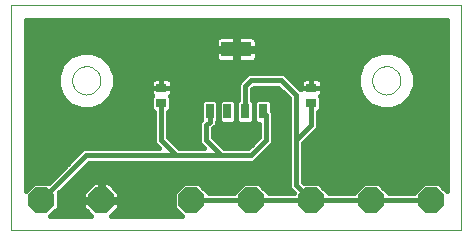
<source format=gtl>
G75*
G70*
%OFA0B0*%
%FSLAX24Y24*%
%IPPOS*%
%LPD*%
%AMOC8*
5,1,8,0,0,1.08239X$1,22.5*
%
%ADD10C,0.0000*%
%ADD11R,0.0260X0.0500*%
%ADD12R,0.1000X0.0500*%
%ADD13R,0.0354X0.0276*%
%ADD14OC8,0.0850*%
%ADD15C,0.0160*%
D10*
X000181Y000181D02*
X000181Y007681D01*
X015181Y007681D01*
X015181Y000181D01*
X000181Y000181D01*
X002209Y005181D02*
X002211Y005224D01*
X002217Y005266D01*
X002227Y005308D01*
X002240Y005349D01*
X002257Y005389D01*
X002278Y005426D01*
X002302Y005462D01*
X002329Y005495D01*
X002359Y005526D01*
X002392Y005554D01*
X002427Y005579D01*
X002464Y005600D01*
X002503Y005618D01*
X002543Y005632D01*
X002585Y005643D01*
X002627Y005650D01*
X002670Y005653D01*
X002713Y005652D01*
X002756Y005647D01*
X002798Y005638D01*
X002839Y005626D01*
X002879Y005610D01*
X002917Y005590D01*
X002953Y005567D01*
X002987Y005540D01*
X003019Y005511D01*
X003047Y005479D01*
X003073Y005444D01*
X003095Y005408D01*
X003114Y005369D01*
X003129Y005329D01*
X003141Y005288D01*
X003149Y005245D01*
X003153Y005202D01*
X003153Y005160D01*
X003149Y005117D01*
X003141Y005074D01*
X003129Y005033D01*
X003114Y004993D01*
X003095Y004954D01*
X003073Y004918D01*
X003047Y004883D01*
X003019Y004851D01*
X002987Y004822D01*
X002953Y004795D01*
X002917Y004772D01*
X002879Y004752D01*
X002839Y004736D01*
X002798Y004724D01*
X002756Y004715D01*
X002713Y004710D01*
X002670Y004709D01*
X002627Y004712D01*
X002585Y004719D01*
X002543Y004730D01*
X002503Y004744D01*
X002464Y004762D01*
X002427Y004783D01*
X002392Y004808D01*
X002359Y004836D01*
X002329Y004867D01*
X002302Y004900D01*
X002278Y004936D01*
X002257Y004973D01*
X002240Y005013D01*
X002227Y005054D01*
X002217Y005096D01*
X002211Y005138D01*
X002209Y005181D01*
X012209Y005181D02*
X012211Y005224D01*
X012217Y005266D01*
X012227Y005308D01*
X012240Y005349D01*
X012257Y005389D01*
X012278Y005426D01*
X012302Y005462D01*
X012329Y005495D01*
X012359Y005526D01*
X012392Y005554D01*
X012427Y005579D01*
X012464Y005600D01*
X012503Y005618D01*
X012543Y005632D01*
X012585Y005643D01*
X012627Y005650D01*
X012670Y005653D01*
X012713Y005652D01*
X012756Y005647D01*
X012798Y005638D01*
X012839Y005626D01*
X012879Y005610D01*
X012917Y005590D01*
X012953Y005567D01*
X012987Y005540D01*
X013019Y005511D01*
X013047Y005479D01*
X013073Y005444D01*
X013095Y005408D01*
X013114Y005369D01*
X013129Y005329D01*
X013141Y005288D01*
X013149Y005245D01*
X013153Y005202D01*
X013153Y005160D01*
X013149Y005117D01*
X013141Y005074D01*
X013129Y005033D01*
X013114Y004993D01*
X013095Y004954D01*
X013073Y004918D01*
X013047Y004883D01*
X013019Y004851D01*
X012987Y004822D01*
X012953Y004795D01*
X012917Y004772D01*
X012879Y004752D01*
X012839Y004736D01*
X012798Y004724D01*
X012756Y004715D01*
X012713Y004710D01*
X012670Y004709D01*
X012627Y004712D01*
X012585Y004719D01*
X012543Y004730D01*
X012503Y004744D01*
X012464Y004762D01*
X012427Y004783D01*
X012392Y004808D01*
X012359Y004836D01*
X012329Y004867D01*
X012302Y004900D01*
X012278Y004936D01*
X012257Y004973D01*
X012240Y005013D01*
X012227Y005054D01*
X012217Y005096D01*
X012211Y005138D01*
X012209Y005181D01*
D11*
X008567Y004146D03*
X007977Y004146D03*
X007386Y004146D03*
X006796Y004146D03*
D12*
X007681Y006217D03*
D13*
X005181Y004937D03*
X005181Y004426D03*
X010181Y004426D03*
X010181Y004937D03*
D14*
X010181Y001181D03*
X008181Y001181D03*
X006181Y001181D03*
X003181Y001181D03*
X001181Y001181D03*
X012181Y001181D03*
X014181Y001181D03*
D15*
X012181Y001181D01*
X010181Y001181D01*
X008181Y001181D01*
X006181Y001181D01*
X006740Y001450D02*
X007622Y001450D01*
X007596Y001424D02*
X007596Y001421D01*
X006766Y001421D01*
X006766Y001424D01*
X006424Y001766D01*
X005939Y001766D01*
X005596Y001424D01*
X005596Y000939D01*
X005874Y000661D01*
X003517Y000661D01*
X003786Y000931D01*
X003786Y001131D01*
X003232Y001131D01*
X003232Y001231D01*
X003786Y001231D01*
X003786Y001432D01*
X003432Y001786D01*
X003231Y001786D01*
X003231Y001232D01*
X003131Y001232D01*
X003131Y001786D01*
X002931Y001786D01*
X002576Y001432D01*
X002576Y001231D01*
X003131Y001231D01*
X003131Y001131D01*
X002576Y001131D01*
X002576Y000931D01*
X002846Y000661D01*
X001489Y000661D01*
X001766Y000939D01*
X001766Y001424D01*
X001765Y001425D01*
X002781Y002441D01*
X005729Y002441D01*
X007229Y002441D01*
X008134Y002441D01*
X008229Y002441D01*
X008317Y002478D01*
X008817Y002978D01*
X008885Y003045D01*
X008921Y003134D01*
X008921Y003984D01*
X008921Y004080D01*
X008885Y004168D01*
X008857Y004195D01*
X008857Y004462D01*
X009441Y004462D01*
X009441Y004582D02*
X009441Y003229D01*
X009441Y003134D01*
X009441Y001634D01*
X009478Y001545D01*
X009545Y001478D01*
X009545Y001478D01*
X009598Y001425D01*
X009596Y001424D01*
X009596Y001421D01*
X008766Y001421D01*
X008766Y001424D01*
X008424Y001766D01*
X007939Y001766D01*
X007596Y001424D01*
X007781Y001608D02*
X006582Y001608D01*
X005781Y001608D02*
X003610Y001608D01*
X003769Y001450D02*
X005622Y001450D01*
X005596Y001291D02*
X003786Y001291D01*
X003231Y001291D02*
X003131Y001291D01*
X003131Y001133D02*
X001766Y001133D01*
X001766Y001291D02*
X002576Y001291D01*
X002594Y001450D02*
X001789Y001450D01*
X001948Y001608D02*
X002753Y001608D01*
X002911Y001767D02*
X002106Y001767D01*
X002265Y001925D02*
X009441Y001925D01*
X009441Y001767D02*
X003451Y001767D01*
X003231Y001767D02*
X003131Y001767D01*
X003131Y001608D02*
X003231Y001608D01*
X003231Y001450D02*
X003131Y001450D01*
X003232Y001133D02*
X005596Y001133D01*
X005596Y000974D02*
X003786Y000974D01*
X003671Y000816D02*
X005720Y000816D01*
X008582Y001608D02*
X009452Y001608D01*
X009681Y001681D02*
X009681Y003181D01*
X010181Y003681D01*
X010181Y004426D01*
X010519Y004462D02*
X012054Y004462D01*
X012142Y004374D02*
X012492Y004229D01*
X012871Y004229D01*
X013221Y004374D01*
X013489Y004642D01*
X013634Y004992D01*
X013634Y005371D01*
X013489Y005721D01*
X013221Y005989D01*
X012871Y006134D01*
X012492Y006134D01*
X012142Y005989D01*
X011874Y005721D01*
X011729Y005371D01*
X011729Y004992D01*
X011874Y004642D01*
X012142Y004374D01*
X012312Y004304D02*
X010519Y004304D01*
X010519Y004221D02*
X010519Y004630D01*
X010481Y004667D01*
X010503Y004689D01*
X010526Y004730D01*
X010539Y004776D01*
X010539Y004937D01*
X010182Y004937D01*
X010182Y004937D01*
X010539Y004937D01*
X010539Y005099D01*
X010526Y005145D01*
X010503Y005186D01*
X010469Y005219D01*
X010428Y005243D01*
X010382Y005255D01*
X010182Y005255D01*
X010182Y004938D01*
X010181Y004938D01*
X010181Y005255D01*
X009981Y005255D01*
X009935Y005243D01*
X009894Y005219D01*
X009860Y005186D01*
X009837Y005145D01*
X009824Y005099D01*
X009824Y004937D01*
X009824Y004878D01*
X009817Y004885D01*
X009317Y005385D01*
X009229Y005421D01*
X009134Y005421D01*
X008134Y005421D01*
X008045Y005385D01*
X007978Y005317D01*
X007773Y005113D01*
X007737Y005024D01*
X007737Y004929D01*
X007737Y004512D01*
X007687Y004462D01*
X007676Y004462D01*
X007582Y004556D01*
X007190Y004556D01*
X007096Y004462D01*
X007086Y004462D01*
X006992Y004556D01*
X006599Y004556D01*
X006506Y004462D01*
X005519Y004462D01*
X005519Y004304D02*
X006506Y004304D01*
X006506Y004462D02*
X006506Y003845D01*
X006478Y003817D01*
X006441Y003729D01*
X006441Y003229D01*
X006441Y003134D01*
X006478Y003045D01*
X006602Y002921D01*
X005781Y002921D01*
X005421Y003281D01*
X005421Y004128D01*
X005425Y004128D01*
X005519Y004221D01*
X005519Y004630D01*
X005481Y004667D01*
X005503Y004689D01*
X005526Y004730D01*
X005539Y004776D01*
X005539Y004937D01*
X005182Y004937D01*
X005182Y004937D01*
X005539Y004937D01*
X005539Y005099D01*
X005526Y005145D01*
X005503Y005186D01*
X005469Y005219D01*
X005428Y005243D01*
X005382Y005255D01*
X005182Y005255D01*
X005182Y004938D01*
X005181Y004938D01*
X005181Y005255D01*
X004981Y005255D01*
X004935Y005243D01*
X004894Y005219D01*
X004860Y005186D01*
X004837Y005145D01*
X004824Y005099D01*
X004824Y004937D01*
X004824Y004776D01*
X004837Y004730D01*
X004860Y004689D01*
X004882Y004667D01*
X004844Y004630D01*
X004844Y004221D01*
X004938Y004128D01*
X004941Y004128D01*
X004941Y003229D01*
X004941Y003134D01*
X004978Y003045D01*
X005102Y002921D01*
X002634Y002921D01*
X002545Y002885D01*
X002478Y002817D01*
X001425Y001765D01*
X001424Y001766D01*
X000939Y001766D01*
X000661Y001489D01*
X000661Y007201D01*
X014701Y007201D01*
X014701Y001489D01*
X014424Y001766D01*
X013939Y001766D01*
X013596Y001424D01*
X013596Y001421D01*
X012766Y001421D01*
X012766Y001424D01*
X012424Y001766D01*
X011939Y001766D01*
X011596Y001424D01*
X011596Y001421D01*
X010766Y001421D01*
X010766Y001424D01*
X010424Y001766D01*
X009939Y001766D01*
X009937Y001765D01*
X009921Y001781D01*
X009921Y003082D01*
X010385Y003545D01*
X010421Y003634D01*
X010421Y003729D01*
X010421Y004128D01*
X010425Y004128D01*
X010519Y004221D01*
X010442Y004145D02*
X014701Y004145D01*
X014701Y003986D02*
X010421Y003986D01*
X010421Y003828D02*
X014701Y003828D01*
X014701Y003669D02*
X010421Y003669D01*
X010350Y003511D02*
X014701Y003511D01*
X014701Y003352D02*
X010192Y003352D01*
X010033Y003194D02*
X014701Y003194D01*
X014701Y003035D02*
X009921Y003035D01*
X009921Y002877D02*
X014701Y002877D01*
X014701Y002718D02*
X009921Y002718D01*
X009921Y002560D02*
X014701Y002560D01*
X014701Y002401D02*
X009921Y002401D01*
X009921Y002242D02*
X014701Y002242D01*
X014701Y002084D02*
X009921Y002084D01*
X009921Y001925D02*
X014701Y001925D01*
X014701Y001767D02*
X009935Y001767D01*
X009681Y001681D02*
X010181Y001181D01*
X010740Y001450D02*
X011622Y001450D01*
X011781Y001608D02*
X010582Y001608D01*
X009574Y001450D02*
X008740Y001450D01*
X009441Y002084D02*
X002423Y002084D01*
X002582Y002242D02*
X009441Y002242D01*
X009441Y002401D02*
X002740Y002401D01*
X002220Y002560D02*
X000661Y002560D01*
X000661Y002718D02*
X002379Y002718D01*
X002537Y002877D02*
X000661Y002877D01*
X000661Y003035D02*
X004988Y003035D01*
X004941Y003194D02*
X000661Y003194D01*
X000661Y003352D02*
X004941Y003352D01*
X004941Y003511D02*
X000661Y003511D01*
X000661Y003669D02*
X004941Y003669D01*
X004941Y003828D02*
X000661Y003828D01*
X000661Y003986D02*
X004941Y003986D01*
X004921Y004145D02*
X000661Y004145D01*
X000661Y004304D02*
X002312Y004304D01*
X002142Y004374D02*
X002492Y004229D01*
X002871Y004229D01*
X003221Y004374D01*
X003489Y004642D01*
X003634Y004992D01*
X003634Y005371D01*
X003489Y005721D01*
X003221Y005989D01*
X002871Y006134D01*
X002492Y006134D01*
X002142Y005989D01*
X001874Y005721D01*
X001729Y005371D01*
X001729Y004992D01*
X001874Y004642D01*
X002142Y004374D01*
X002054Y004462D02*
X000661Y004462D01*
X000661Y004621D02*
X001895Y004621D01*
X001817Y004779D02*
X000661Y004779D01*
X000661Y004938D02*
X001751Y004938D01*
X001729Y005096D02*
X000661Y005096D01*
X000661Y005255D02*
X001729Y005255D01*
X001747Y005413D02*
X000661Y005413D01*
X000661Y005572D02*
X001812Y005572D01*
X001884Y005730D02*
X000661Y005730D01*
X000661Y005889D02*
X002042Y005889D01*
X002284Y006048D02*
X000661Y006048D01*
X000661Y006206D02*
X007636Y006206D01*
X007636Y006172D02*
X007001Y006172D01*
X007001Y005943D01*
X007014Y005897D01*
X007037Y005856D01*
X007071Y005823D01*
X007112Y005799D01*
X007158Y005787D01*
X007636Y005787D01*
X007636Y006172D01*
X007636Y006262D01*
X007001Y006262D01*
X007001Y006491D01*
X007014Y006536D01*
X007037Y006577D01*
X007071Y006611D01*
X007112Y006635D01*
X007158Y006647D01*
X007636Y006647D01*
X007636Y006262D01*
X007726Y006262D01*
X007726Y006647D01*
X008205Y006647D01*
X008251Y006635D01*
X008292Y006611D01*
X008325Y006577D01*
X008349Y006536D01*
X008361Y006491D01*
X008361Y006262D01*
X007727Y006262D01*
X007727Y006172D01*
X008361Y006172D01*
X008361Y005943D01*
X008349Y005897D01*
X008325Y005856D01*
X008292Y005823D01*
X008251Y005799D01*
X008205Y005787D01*
X007726Y005787D01*
X007726Y006172D01*
X007636Y006172D01*
X007727Y006206D02*
X014701Y006206D01*
X014701Y006048D02*
X013079Y006048D01*
X013321Y005889D02*
X014701Y005889D01*
X014701Y005730D02*
X013479Y005730D01*
X013551Y005572D02*
X014701Y005572D01*
X014701Y005413D02*
X013616Y005413D01*
X013634Y005255D02*
X014701Y005255D01*
X014701Y005096D02*
X013634Y005096D01*
X013611Y004938D02*
X014701Y004938D01*
X014701Y004779D02*
X013546Y004779D01*
X013468Y004621D02*
X014701Y004621D01*
X014701Y004462D02*
X013309Y004462D01*
X013051Y004304D02*
X014701Y004304D01*
X011895Y004621D02*
X010519Y004621D01*
X010539Y004779D02*
X011817Y004779D01*
X011751Y004938D02*
X010539Y004938D01*
X010539Y005096D02*
X011729Y005096D01*
X011729Y005255D02*
X010383Y005255D01*
X010182Y005255D02*
X010181Y005255D01*
X010181Y005096D02*
X010182Y005096D01*
X010182Y004938D02*
X010181Y004938D01*
X010181Y004937D02*
X010181Y004937D01*
X009824Y004937D01*
X010181Y004937D01*
X009824Y004938D02*
X009764Y004938D01*
X009824Y005096D02*
X009606Y005096D01*
X009447Y005255D02*
X009979Y005255D01*
X009249Y005413D02*
X011747Y005413D01*
X011812Y005572D02*
X003551Y005572D01*
X003616Y005413D02*
X008114Y005413D01*
X007978Y005317D02*
X007978Y005317D01*
X007915Y005255D02*
X005383Y005255D01*
X005182Y005255D02*
X005181Y005255D01*
X004979Y005255D02*
X003634Y005255D01*
X003634Y005096D02*
X004824Y005096D01*
X004824Y004938D02*
X003611Y004938D01*
X003546Y004779D02*
X004824Y004779D01*
X004824Y004937D02*
X005181Y004937D01*
X005181Y004937D01*
X004824Y004937D01*
X005181Y004938D02*
X005182Y004938D01*
X005181Y005096D02*
X005182Y005096D01*
X005539Y005096D02*
X007766Y005096D01*
X007977Y004977D02*
X008181Y005181D01*
X009181Y005181D01*
X009681Y004681D01*
X009681Y003181D01*
X009441Y003194D02*
X008921Y003194D01*
X008921Y003352D02*
X009441Y003352D01*
X009441Y003511D02*
X008921Y003511D01*
X008921Y003669D02*
X009441Y003669D01*
X009441Y003828D02*
X008921Y003828D01*
X008921Y003986D02*
X009441Y003986D01*
X009441Y004145D02*
X008894Y004145D01*
X008681Y004032D02*
X008567Y004146D01*
X008681Y004032D02*
X008681Y003181D01*
X008181Y002681D01*
X007181Y002681D01*
X005681Y002681D01*
X002681Y002681D01*
X001181Y001181D01*
X001766Y000974D02*
X002576Y000974D01*
X002692Y000816D02*
X001643Y000816D01*
X000781Y001608D02*
X000661Y001608D01*
X000661Y001767D02*
X001427Y001767D01*
X001586Y001925D02*
X000661Y001925D01*
X000661Y002084D02*
X001745Y002084D01*
X001903Y002242D02*
X000661Y002242D01*
X000661Y002401D02*
X002062Y002401D01*
X005181Y003181D02*
X005681Y002681D01*
X005667Y003035D02*
X006488Y003035D01*
X006441Y003194D02*
X005508Y003194D01*
X005421Y003352D02*
X006441Y003352D01*
X006441Y003511D02*
X005421Y003511D01*
X005421Y003669D02*
X006441Y003669D01*
X006489Y003828D02*
X005421Y003828D01*
X005421Y003986D02*
X006506Y003986D01*
X006506Y004145D02*
X005442Y004145D01*
X005181Y004426D02*
X005181Y003181D01*
X006681Y003181D02*
X007181Y002681D01*
X007281Y002921D02*
X006921Y003281D01*
X006921Y003582D01*
X006999Y003660D01*
X007036Y003748D01*
X007036Y003780D01*
X007086Y003830D01*
X007086Y004462D01*
X007096Y004462D02*
X007096Y003830D01*
X007190Y003736D01*
X007582Y003736D01*
X007676Y003830D01*
X007676Y004462D01*
X007687Y004462D02*
X007687Y003830D01*
X007780Y003736D01*
X008173Y003736D01*
X008267Y003830D01*
X008267Y004462D01*
X008277Y004462D01*
X008277Y003830D01*
X008371Y003736D01*
X008441Y003736D01*
X008441Y003281D01*
X008082Y002921D01*
X007281Y002921D01*
X007167Y003035D02*
X008196Y003035D01*
X008354Y003194D02*
X007008Y003194D01*
X006921Y003352D02*
X008441Y003352D01*
X008441Y003511D02*
X006921Y003511D01*
X007003Y003669D02*
X008441Y003669D01*
X008279Y003828D02*
X008265Y003828D01*
X008267Y003986D02*
X008277Y003986D01*
X008267Y004145D02*
X008277Y004145D01*
X008267Y004304D02*
X008277Y004304D01*
X008277Y004462D02*
X008371Y004556D01*
X008764Y004556D01*
X008857Y004462D01*
X008857Y004304D02*
X009441Y004304D01*
X009441Y004582D02*
X009082Y004941D01*
X008281Y004941D01*
X008217Y004877D01*
X008217Y004512D01*
X008267Y004462D01*
X008217Y004621D02*
X009403Y004621D01*
X009244Y004779D02*
X008217Y004779D01*
X008277Y004938D02*
X009086Y004938D01*
X007977Y004977D02*
X007977Y004146D01*
X007687Y004145D02*
X007676Y004145D01*
X007676Y003986D02*
X007687Y003986D01*
X007674Y003828D02*
X007688Y003828D01*
X007098Y003828D02*
X007084Y003828D01*
X007086Y003986D02*
X007096Y003986D01*
X007086Y004145D02*
X007096Y004145D01*
X007086Y004304D02*
X007096Y004304D01*
X006796Y004146D02*
X006796Y003796D01*
X006681Y003681D01*
X006681Y003181D01*
X008399Y002560D02*
X009441Y002560D01*
X009441Y002718D02*
X008558Y002718D01*
X008716Y002877D02*
X009441Y002877D01*
X009441Y003035D02*
X008875Y003035D01*
X007687Y004304D02*
X007676Y004304D01*
X007737Y004621D02*
X005519Y004621D01*
X005539Y004779D02*
X007737Y004779D01*
X007737Y004938D02*
X005539Y004938D01*
X004844Y004621D02*
X003468Y004621D01*
X003309Y004462D02*
X004844Y004462D01*
X004844Y004304D02*
X003051Y004304D01*
X003479Y005730D02*
X011884Y005730D01*
X012042Y005889D02*
X008344Y005889D01*
X008361Y006048D02*
X012284Y006048D01*
X014701Y006365D02*
X008361Y006365D01*
X008353Y006523D02*
X014701Y006523D01*
X014701Y006682D02*
X000661Y006682D01*
X000661Y006840D02*
X014701Y006840D01*
X014701Y006999D02*
X000661Y006999D01*
X000661Y007157D02*
X014701Y007157D01*
X007726Y006523D02*
X007636Y006523D01*
X007636Y006365D02*
X007726Y006365D01*
X007726Y006048D02*
X007636Y006048D01*
X007636Y005889D02*
X007726Y005889D01*
X007019Y005889D02*
X003321Y005889D01*
X003079Y006048D02*
X007001Y006048D01*
X007001Y006365D02*
X000661Y006365D01*
X000661Y006523D02*
X007010Y006523D01*
X012582Y001608D02*
X013781Y001608D01*
X013622Y001450D02*
X012740Y001450D01*
X014582Y001608D02*
X014701Y001608D01*
M02*

</source>
